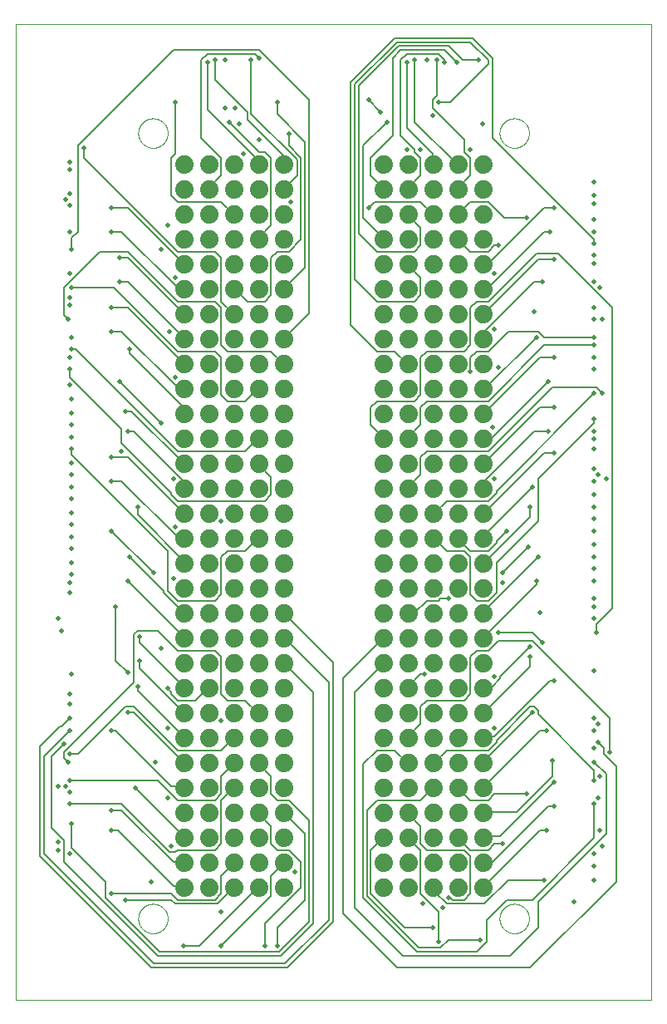
<source format=gtl>
G75*
%MOIN*%
%OFA0B0*%
%FSLAX25Y25*%
%IPPOS*%
%LPD*%
%AMOC8*
5,1,8,0,0,1.08239X$1,22.5*
%
%ADD10C,0.00000*%
%ADD11C,0.07400*%
%ADD12C,0.00800*%
%ADD13C,0.02000*%
D10*
X0001000Y0001000D02*
X0001000Y0392201D01*
X0255921Y0392201D01*
X0255921Y0001000D01*
X0001000Y0001000D01*
X0050094Y0033500D02*
X0050096Y0033653D01*
X0050102Y0033807D01*
X0050112Y0033960D01*
X0050126Y0034112D01*
X0050144Y0034265D01*
X0050166Y0034416D01*
X0050191Y0034567D01*
X0050221Y0034718D01*
X0050255Y0034868D01*
X0050292Y0035016D01*
X0050333Y0035164D01*
X0050378Y0035310D01*
X0050427Y0035456D01*
X0050480Y0035600D01*
X0050536Y0035742D01*
X0050596Y0035883D01*
X0050660Y0036023D01*
X0050727Y0036161D01*
X0050798Y0036297D01*
X0050873Y0036431D01*
X0050950Y0036563D01*
X0051032Y0036693D01*
X0051116Y0036821D01*
X0051204Y0036947D01*
X0051295Y0037070D01*
X0051389Y0037191D01*
X0051487Y0037309D01*
X0051587Y0037425D01*
X0051691Y0037538D01*
X0051797Y0037649D01*
X0051906Y0037757D01*
X0052018Y0037862D01*
X0052132Y0037963D01*
X0052250Y0038062D01*
X0052369Y0038158D01*
X0052491Y0038251D01*
X0052616Y0038340D01*
X0052743Y0038427D01*
X0052872Y0038509D01*
X0053003Y0038589D01*
X0053136Y0038665D01*
X0053271Y0038738D01*
X0053408Y0038807D01*
X0053547Y0038872D01*
X0053687Y0038934D01*
X0053829Y0038992D01*
X0053972Y0039047D01*
X0054117Y0039098D01*
X0054263Y0039145D01*
X0054410Y0039188D01*
X0054558Y0039227D01*
X0054707Y0039263D01*
X0054857Y0039294D01*
X0055008Y0039322D01*
X0055159Y0039346D01*
X0055312Y0039366D01*
X0055464Y0039382D01*
X0055617Y0039394D01*
X0055770Y0039402D01*
X0055923Y0039406D01*
X0056077Y0039406D01*
X0056230Y0039402D01*
X0056383Y0039394D01*
X0056536Y0039382D01*
X0056688Y0039366D01*
X0056841Y0039346D01*
X0056992Y0039322D01*
X0057143Y0039294D01*
X0057293Y0039263D01*
X0057442Y0039227D01*
X0057590Y0039188D01*
X0057737Y0039145D01*
X0057883Y0039098D01*
X0058028Y0039047D01*
X0058171Y0038992D01*
X0058313Y0038934D01*
X0058453Y0038872D01*
X0058592Y0038807D01*
X0058729Y0038738D01*
X0058864Y0038665D01*
X0058997Y0038589D01*
X0059128Y0038509D01*
X0059257Y0038427D01*
X0059384Y0038340D01*
X0059509Y0038251D01*
X0059631Y0038158D01*
X0059750Y0038062D01*
X0059868Y0037963D01*
X0059982Y0037862D01*
X0060094Y0037757D01*
X0060203Y0037649D01*
X0060309Y0037538D01*
X0060413Y0037425D01*
X0060513Y0037309D01*
X0060611Y0037191D01*
X0060705Y0037070D01*
X0060796Y0036947D01*
X0060884Y0036821D01*
X0060968Y0036693D01*
X0061050Y0036563D01*
X0061127Y0036431D01*
X0061202Y0036297D01*
X0061273Y0036161D01*
X0061340Y0036023D01*
X0061404Y0035883D01*
X0061464Y0035742D01*
X0061520Y0035600D01*
X0061573Y0035456D01*
X0061622Y0035310D01*
X0061667Y0035164D01*
X0061708Y0035016D01*
X0061745Y0034868D01*
X0061779Y0034718D01*
X0061809Y0034567D01*
X0061834Y0034416D01*
X0061856Y0034265D01*
X0061874Y0034112D01*
X0061888Y0033960D01*
X0061898Y0033807D01*
X0061904Y0033653D01*
X0061906Y0033500D01*
X0061904Y0033347D01*
X0061898Y0033193D01*
X0061888Y0033040D01*
X0061874Y0032888D01*
X0061856Y0032735D01*
X0061834Y0032584D01*
X0061809Y0032433D01*
X0061779Y0032282D01*
X0061745Y0032132D01*
X0061708Y0031984D01*
X0061667Y0031836D01*
X0061622Y0031690D01*
X0061573Y0031544D01*
X0061520Y0031400D01*
X0061464Y0031258D01*
X0061404Y0031117D01*
X0061340Y0030977D01*
X0061273Y0030839D01*
X0061202Y0030703D01*
X0061127Y0030569D01*
X0061050Y0030437D01*
X0060968Y0030307D01*
X0060884Y0030179D01*
X0060796Y0030053D01*
X0060705Y0029930D01*
X0060611Y0029809D01*
X0060513Y0029691D01*
X0060413Y0029575D01*
X0060309Y0029462D01*
X0060203Y0029351D01*
X0060094Y0029243D01*
X0059982Y0029138D01*
X0059868Y0029037D01*
X0059750Y0028938D01*
X0059631Y0028842D01*
X0059509Y0028749D01*
X0059384Y0028660D01*
X0059257Y0028573D01*
X0059128Y0028491D01*
X0058997Y0028411D01*
X0058864Y0028335D01*
X0058729Y0028262D01*
X0058592Y0028193D01*
X0058453Y0028128D01*
X0058313Y0028066D01*
X0058171Y0028008D01*
X0058028Y0027953D01*
X0057883Y0027902D01*
X0057737Y0027855D01*
X0057590Y0027812D01*
X0057442Y0027773D01*
X0057293Y0027737D01*
X0057143Y0027706D01*
X0056992Y0027678D01*
X0056841Y0027654D01*
X0056688Y0027634D01*
X0056536Y0027618D01*
X0056383Y0027606D01*
X0056230Y0027598D01*
X0056077Y0027594D01*
X0055923Y0027594D01*
X0055770Y0027598D01*
X0055617Y0027606D01*
X0055464Y0027618D01*
X0055312Y0027634D01*
X0055159Y0027654D01*
X0055008Y0027678D01*
X0054857Y0027706D01*
X0054707Y0027737D01*
X0054558Y0027773D01*
X0054410Y0027812D01*
X0054263Y0027855D01*
X0054117Y0027902D01*
X0053972Y0027953D01*
X0053829Y0028008D01*
X0053687Y0028066D01*
X0053547Y0028128D01*
X0053408Y0028193D01*
X0053271Y0028262D01*
X0053136Y0028335D01*
X0053003Y0028411D01*
X0052872Y0028491D01*
X0052743Y0028573D01*
X0052616Y0028660D01*
X0052491Y0028749D01*
X0052369Y0028842D01*
X0052250Y0028938D01*
X0052132Y0029037D01*
X0052018Y0029138D01*
X0051906Y0029243D01*
X0051797Y0029351D01*
X0051691Y0029462D01*
X0051587Y0029575D01*
X0051487Y0029691D01*
X0051389Y0029809D01*
X0051295Y0029930D01*
X0051204Y0030053D01*
X0051116Y0030179D01*
X0051032Y0030307D01*
X0050950Y0030437D01*
X0050873Y0030569D01*
X0050798Y0030703D01*
X0050727Y0030839D01*
X0050660Y0030977D01*
X0050596Y0031117D01*
X0050536Y0031258D01*
X0050480Y0031400D01*
X0050427Y0031544D01*
X0050378Y0031690D01*
X0050333Y0031836D01*
X0050292Y0031984D01*
X0050255Y0032132D01*
X0050221Y0032282D01*
X0050191Y0032433D01*
X0050166Y0032584D01*
X0050144Y0032735D01*
X0050126Y0032888D01*
X0050112Y0033040D01*
X0050102Y0033193D01*
X0050096Y0033347D01*
X0050094Y0033500D01*
X0195094Y0033500D02*
X0195096Y0033653D01*
X0195102Y0033807D01*
X0195112Y0033960D01*
X0195126Y0034112D01*
X0195144Y0034265D01*
X0195166Y0034416D01*
X0195191Y0034567D01*
X0195221Y0034718D01*
X0195255Y0034868D01*
X0195292Y0035016D01*
X0195333Y0035164D01*
X0195378Y0035310D01*
X0195427Y0035456D01*
X0195480Y0035600D01*
X0195536Y0035742D01*
X0195596Y0035883D01*
X0195660Y0036023D01*
X0195727Y0036161D01*
X0195798Y0036297D01*
X0195873Y0036431D01*
X0195950Y0036563D01*
X0196032Y0036693D01*
X0196116Y0036821D01*
X0196204Y0036947D01*
X0196295Y0037070D01*
X0196389Y0037191D01*
X0196487Y0037309D01*
X0196587Y0037425D01*
X0196691Y0037538D01*
X0196797Y0037649D01*
X0196906Y0037757D01*
X0197018Y0037862D01*
X0197132Y0037963D01*
X0197250Y0038062D01*
X0197369Y0038158D01*
X0197491Y0038251D01*
X0197616Y0038340D01*
X0197743Y0038427D01*
X0197872Y0038509D01*
X0198003Y0038589D01*
X0198136Y0038665D01*
X0198271Y0038738D01*
X0198408Y0038807D01*
X0198547Y0038872D01*
X0198687Y0038934D01*
X0198829Y0038992D01*
X0198972Y0039047D01*
X0199117Y0039098D01*
X0199263Y0039145D01*
X0199410Y0039188D01*
X0199558Y0039227D01*
X0199707Y0039263D01*
X0199857Y0039294D01*
X0200008Y0039322D01*
X0200159Y0039346D01*
X0200312Y0039366D01*
X0200464Y0039382D01*
X0200617Y0039394D01*
X0200770Y0039402D01*
X0200923Y0039406D01*
X0201077Y0039406D01*
X0201230Y0039402D01*
X0201383Y0039394D01*
X0201536Y0039382D01*
X0201688Y0039366D01*
X0201841Y0039346D01*
X0201992Y0039322D01*
X0202143Y0039294D01*
X0202293Y0039263D01*
X0202442Y0039227D01*
X0202590Y0039188D01*
X0202737Y0039145D01*
X0202883Y0039098D01*
X0203028Y0039047D01*
X0203171Y0038992D01*
X0203313Y0038934D01*
X0203453Y0038872D01*
X0203592Y0038807D01*
X0203729Y0038738D01*
X0203864Y0038665D01*
X0203997Y0038589D01*
X0204128Y0038509D01*
X0204257Y0038427D01*
X0204384Y0038340D01*
X0204509Y0038251D01*
X0204631Y0038158D01*
X0204750Y0038062D01*
X0204868Y0037963D01*
X0204982Y0037862D01*
X0205094Y0037757D01*
X0205203Y0037649D01*
X0205309Y0037538D01*
X0205413Y0037425D01*
X0205513Y0037309D01*
X0205611Y0037191D01*
X0205705Y0037070D01*
X0205796Y0036947D01*
X0205884Y0036821D01*
X0205968Y0036693D01*
X0206050Y0036563D01*
X0206127Y0036431D01*
X0206202Y0036297D01*
X0206273Y0036161D01*
X0206340Y0036023D01*
X0206404Y0035883D01*
X0206464Y0035742D01*
X0206520Y0035600D01*
X0206573Y0035456D01*
X0206622Y0035310D01*
X0206667Y0035164D01*
X0206708Y0035016D01*
X0206745Y0034868D01*
X0206779Y0034718D01*
X0206809Y0034567D01*
X0206834Y0034416D01*
X0206856Y0034265D01*
X0206874Y0034112D01*
X0206888Y0033960D01*
X0206898Y0033807D01*
X0206904Y0033653D01*
X0206906Y0033500D01*
X0206904Y0033347D01*
X0206898Y0033193D01*
X0206888Y0033040D01*
X0206874Y0032888D01*
X0206856Y0032735D01*
X0206834Y0032584D01*
X0206809Y0032433D01*
X0206779Y0032282D01*
X0206745Y0032132D01*
X0206708Y0031984D01*
X0206667Y0031836D01*
X0206622Y0031690D01*
X0206573Y0031544D01*
X0206520Y0031400D01*
X0206464Y0031258D01*
X0206404Y0031117D01*
X0206340Y0030977D01*
X0206273Y0030839D01*
X0206202Y0030703D01*
X0206127Y0030569D01*
X0206050Y0030437D01*
X0205968Y0030307D01*
X0205884Y0030179D01*
X0205796Y0030053D01*
X0205705Y0029930D01*
X0205611Y0029809D01*
X0205513Y0029691D01*
X0205413Y0029575D01*
X0205309Y0029462D01*
X0205203Y0029351D01*
X0205094Y0029243D01*
X0204982Y0029138D01*
X0204868Y0029037D01*
X0204750Y0028938D01*
X0204631Y0028842D01*
X0204509Y0028749D01*
X0204384Y0028660D01*
X0204257Y0028573D01*
X0204128Y0028491D01*
X0203997Y0028411D01*
X0203864Y0028335D01*
X0203729Y0028262D01*
X0203592Y0028193D01*
X0203453Y0028128D01*
X0203313Y0028066D01*
X0203171Y0028008D01*
X0203028Y0027953D01*
X0202883Y0027902D01*
X0202737Y0027855D01*
X0202590Y0027812D01*
X0202442Y0027773D01*
X0202293Y0027737D01*
X0202143Y0027706D01*
X0201992Y0027678D01*
X0201841Y0027654D01*
X0201688Y0027634D01*
X0201536Y0027618D01*
X0201383Y0027606D01*
X0201230Y0027598D01*
X0201077Y0027594D01*
X0200923Y0027594D01*
X0200770Y0027598D01*
X0200617Y0027606D01*
X0200464Y0027618D01*
X0200312Y0027634D01*
X0200159Y0027654D01*
X0200008Y0027678D01*
X0199857Y0027706D01*
X0199707Y0027737D01*
X0199558Y0027773D01*
X0199410Y0027812D01*
X0199263Y0027855D01*
X0199117Y0027902D01*
X0198972Y0027953D01*
X0198829Y0028008D01*
X0198687Y0028066D01*
X0198547Y0028128D01*
X0198408Y0028193D01*
X0198271Y0028262D01*
X0198136Y0028335D01*
X0198003Y0028411D01*
X0197872Y0028491D01*
X0197743Y0028573D01*
X0197616Y0028660D01*
X0197491Y0028749D01*
X0197369Y0028842D01*
X0197250Y0028938D01*
X0197132Y0029037D01*
X0197018Y0029138D01*
X0196906Y0029243D01*
X0196797Y0029351D01*
X0196691Y0029462D01*
X0196587Y0029575D01*
X0196487Y0029691D01*
X0196389Y0029809D01*
X0196295Y0029930D01*
X0196204Y0030053D01*
X0196116Y0030179D01*
X0196032Y0030307D01*
X0195950Y0030437D01*
X0195873Y0030569D01*
X0195798Y0030703D01*
X0195727Y0030839D01*
X0195660Y0030977D01*
X0195596Y0031117D01*
X0195536Y0031258D01*
X0195480Y0031400D01*
X0195427Y0031544D01*
X0195378Y0031690D01*
X0195333Y0031836D01*
X0195292Y0031984D01*
X0195255Y0032132D01*
X0195221Y0032282D01*
X0195191Y0032433D01*
X0195166Y0032584D01*
X0195144Y0032735D01*
X0195126Y0032888D01*
X0195112Y0033040D01*
X0195102Y0033193D01*
X0195096Y0033347D01*
X0195094Y0033500D01*
X0195094Y0348500D02*
X0195096Y0348653D01*
X0195102Y0348807D01*
X0195112Y0348960D01*
X0195126Y0349112D01*
X0195144Y0349265D01*
X0195166Y0349416D01*
X0195191Y0349567D01*
X0195221Y0349718D01*
X0195255Y0349868D01*
X0195292Y0350016D01*
X0195333Y0350164D01*
X0195378Y0350310D01*
X0195427Y0350456D01*
X0195480Y0350600D01*
X0195536Y0350742D01*
X0195596Y0350883D01*
X0195660Y0351023D01*
X0195727Y0351161D01*
X0195798Y0351297D01*
X0195873Y0351431D01*
X0195950Y0351563D01*
X0196032Y0351693D01*
X0196116Y0351821D01*
X0196204Y0351947D01*
X0196295Y0352070D01*
X0196389Y0352191D01*
X0196487Y0352309D01*
X0196587Y0352425D01*
X0196691Y0352538D01*
X0196797Y0352649D01*
X0196906Y0352757D01*
X0197018Y0352862D01*
X0197132Y0352963D01*
X0197250Y0353062D01*
X0197369Y0353158D01*
X0197491Y0353251D01*
X0197616Y0353340D01*
X0197743Y0353427D01*
X0197872Y0353509D01*
X0198003Y0353589D01*
X0198136Y0353665D01*
X0198271Y0353738D01*
X0198408Y0353807D01*
X0198547Y0353872D01*
X0198687Y0353934D01*
X0198829Y0353992D01*
X0198972Y0354047D01*
X0199117Y0354098D01*
X0199263Y0354145D01*
X0199410Y0354188D01*
X0199558Y0354227D01*
X0199707Y0354263D01*
X0199857Y0354294D01*
X0200008Y0354322D01*
X0200159Y0354346D01*
X0200312Y0354366D01*
X0200464Y0354382D01*
X0200617Y0354394D01*
X0200770Y0354402D01*
X0200923Y0354406D01*
X0201077Y0354406D01*
X0201230Y0354402D01*
X0201383Y0354394D01*
X0201536Y0354382D01*
X0201688Y0354366D01*
X0201841Y0354346D01*
X0201992Y0354322D01*
X0202143Y0354294D01*
X0202293Y0354263D01*
X0202442Y0354227D01*
X0202590Y0354188D01*
X0202737Y0354145D01*
X0202883Y0354098D01*
X0203028Y0354047D01*
X0203171Y0353992D01*
X0203313Y0353934D01*
X0203453Y0353872D01*
X0203592Y0353807D01*
X0203729Y0353738D01*
X0203864Y0353665D01*
X0203997Y0353589D01*
X0204128Y0353509D01*
X0204257Y0353427D01*
X0204384Y0353340D01*
X0204509Y0353251D01*
X0204631Y0353158D01*
X0204750Y0353062D01*
X0204868Y0352963D01*
X0204982Y0352862D01*
X0205094Y0352757D01*
X0205203Y0352649D01*
X0205309Y0352538D01*
X0205413Y0352425D01*
X0205513Y0352309D01*
X0205611Y0352191D01*
X0205705Y0352070D01*
X0205796Y0351947D01*
X0205884Y0351821D01*
X0205968Y0351693D01*
X0206050Y0351563D01*
X0206127Y0351431D01*
X0206202Y0351297D01*
X0206273Y0351161D01*
X0206340Y0351023D01*
X0206404Y0350883D01*
X0206464Y0350742D01*
X0206520Y0350600D01*
X0206573Y0350456D01*
X0206622Y0350310D01*
X0206667Y0350164D01*
X0206708Y0350016D01*
X0206745Y0349868D01*
X0206779Y0349718D01*
X0206809Y0349567D01*
X0206834Y0349416D01*
X0206856Y0349265D01*
X0206874Y0349112D01*
X0206888Y0348960D01*
X0206898Y0348807D01*
X0206904Y0348653D01*
X0206906Y0348500D01*
X0206904Y0348347D01*
X0206898Y0348193D01*
X0206888Y0348040D01*
X0206874Y0347888D01*
X0206856Y0347735D01*
X0206834Y0347584D01*
X0206809Y0347433D01*
X0206779Y0347282D01*
X0206745Y0347132D01*
X0206708Y0346984D01*
X0206667Y0346836D01*
X0206622Y0346690D01*
X0206573Y0346544D01*
X0206520Y0346400D01*
X0206464Y0346258D01*
X0206404Y0346117D01*
X0206340Y0345977D01*
X0206273Y0345839D01*
X0206202Y0345703D01*
X0206127Y0345569D01*
X0206050Y0345437D01*
X0205968Y0345307D01*
X0205884Y0345179D01*
X0205796Y0345053D01*
X0205705Y0344930D01*
X0205611Y0344809D01*
X0205513Y0344691D01*
X0205413Y0344575D01*
X0205309Y0344462D01*
X0205203Y0344351D01*
X0205094Y0344243D01*
X0204982Y0344138D01*
X0204868Y0344037D01*
X0204750Y0343938D01*
X0204631Y0343842D01*
X0204509Y0343749D01*
X0204384Y0343660D01*
X0204257Y0343573D01*
X0204128Y0343491D01*
X0203997Y0343411D01*
X0203864Y0343335D01*
X0203729Y0343262D01*
X0203592Y0343193D01*
X0203453Y0343128D01*
X0203313Y0343066D01*
X0203171Y0343008D01*
X0203028Y0342953D01*
X0202883Y0342902D01*
X0202737Y0342855D01*
X0202590Y0342812D01*
X0202442Y0342773D01*
X0202293Y0342737D01*
X0202143Y0342706D01*
X0201992Y0342678D01*
X0201841Y0342654D01*
X0201688Y0342634D01*
X0201536Y0342618D01*
X0201383Y0342606D01*
X0201230Y0342598D01*
X0201077Y0342594D01*
X0200923Y0342594D01*
X0200770Y0342598D01*
X0200617Y0342606D01*
X0200464Y0342618D01*
X0200312Y0342634D01*
X0200159Y0342654D01*
X0200008Y0342678D01*
X0199857Y0342706D01*
X0199707Y0342737D01*
X0199558Y0342773D01*
X0199410Y0342812D01*
X0199263Y0342855D01*
X0199117Y0342902D01*
X0198972Y0342953D01*
X0198829Y0343008D01*
X0198687Y0343066D01*
X0198547Y0343128D01*
X0198408Y0343193D01*
X0198271Y0343262D01*
X0198136Y0343335D01*
X0198003Y0343411D01*
X0197872Y0343491D01*
X0197743Y0343573D01*
X0197616Y0343660D01*
X0197491Y0343749D01*
X0197369Y0343842D01*
X0197250Y0343938D01*
X0197132Y0344037D01*
X0197018Y0344138D01*
X0196906Y0344243D01*
X0196797Y0344351D01*
X0196691Y0344462D01*
X0196587Y0344575D01*
X0196487Y0344691D01*
X0196389Y0344809D01*
X0196295Y0344930D01*
X0196204Y0345053D01*
X0196116Y0345179D01*
X0196032Y0345307D01*
X0195950Y0345437D01*
X0195873Y0345569D01*
X0195798Y0345703D01*
X0195727Y0345839D01*
X0195660Y0345977D01*
X0195596Y0346117D01*
X0195536Y0346258D01*
X0195480Y0346400D01*
X0195427Y0346544D01*
X0195378Y0346690D01*
X0195333Y0346836D01*
X0195292Y0346984D01*
X0195255Y0347132D01*
X0195221Y0347282D01*
X0195191Y0347433D01*
X0195166Y0347584D01*
X0195144Y0347735D01*
X0195126Y0347888D01*
X0195112Y0348040D01*
X0195102Y0348193D01*
X0195096Y0348347D01*
X0195094Y0348500D01*
X0050094Y0348500D02*
X0050096Y0348653D01*
X0050102Y0348807D01*
X0050112Y0348960D01*
X0050126Y0349112D01*
X0050144Y0349265D01*
X0050166Y0349416D01*
X0050191Y0349567D01*
X0050221Y0349718D01*
X0050255Y0349868D01*
X0050292Y0350016D01*
X0050333Y0350164D01*
X0050378Y0350310D01*
X0050427Y0350456D01*
X0050480Y0350600D01*
X0050536Y0350742D01*
X0050596Y0350883D01*
X0050660Y0351023D01*
X0050727Y0351161D01*
X0050798Y0351297D01*
X0050873Y0351431D01*
X0050950Y0351563D01*
X0051032Y0351693D01*
X0051116Y0351821D01*
X0051204Y0351947D01*
X0051295Y0352070D01*
X0051389Y0352191D01*
X0051487Y0352309D01*
X0051587Y0352425D01*
X0051691Y0352538D01*
X0051797Y0352649D01*
X0051906Y0352757D01*
X0052018Y0352862D01*
X0052132Y0352963D01*
X0052250Y0353062D01*
X0052369Y0353158D01*
X0052491Y0353251D01*
X0052616Y0353340D01*
X0052743Y0353427D01*
X0052872Y0353509D01*
X0053003Y0353589D01*
X0053136Y0353665D01*
X0053271Y0353738D01*
X0053408Y0353807D01*
X0053547Y0353872D01*
X0053687Y0353934D01*
X0053829Y0353992D01*
X0053972Y0354047D01*
X0054117Y0354098D01*
X0054263Y0354145D01*
X0054410Y0354188D01*
X0054558Y0354227D01*
X0054707Y0354263D01*
X0054857Y0354294D01*
X0055008Y0354322D01*
X0055159Y0354346D01*
X0055312Y0354366D01*
X0055464Y0354382D01*
X0055617Y0354394D01*
X0055770Y0354402D01*
X0055923Y0354406D01*
X0056077Y0354406D01*
X0056230Y0354402D01*
X0056383Y0354394D01*
X0056536Y0354382D01*
X0056688Y0354366D01*
X0056841Y0354346D01*
X0056992Y0354322D01*
X0057143Y0354294D01*
X0057293Y0354263D01*
X0057442Y0354227D01*
X0057590Y0354188D01*
X0057737Y0354145D01*
X0057883Y0354098D01*
X0058028Y0354047D01*
X0058171Y0353992D01*
X0058313Y0353934D01*
X0058453Y0353872D01*
X0058592Y0353807D01*
X0058729Y0353738D01*
X0058864Y0353665D01*
X0058997Y0353589D01*
X0059128Y0353509D01*
X0059257Y0353427D01*
X0059384Y0353340D01*
X0059509Y0353251D01*
X0059631Y0353158D01*
X0059750Y0353062D01*
X0059868Y0352963D01*
X0059982Y0352862D01*
X0060094Y0352757D01*
X0060203Y0352649D01*
X0060309Y0352538D01*
X0060413Y0352425D01*
X0060513Y0352309D01*
X0060611Y0352191D01*
X0060705Y0352070D01*
X0060796Y0351947D01*
X0060884Y0351821D01*
X0060968Y0351693D01*
X0061050Y0351563D01*
X0061127Y0351431D01*
X0061202Y0351297D01*
X0061273Y0351161D01*
X0061340Y0351023D01*
X0061404Y0350883D01*
X0061464Y0350742D01*
X0061520Y0350600D01*
X0061573Y0350456D01*
X0061622Y0350310D01*
X0061667Y0350164D01*
X0061708Y0350016D01*
X0061745Y0349868D01*
X0061779Y0349718D01*
X0061809Y0349567D01*
X0061834Y0349416D01*
X0061856Y0349265D01*
X0061874Y0349112D01*
X0061888Y0348960D01*
X0061898Y0348807D01*
X0061904Y0348653D01*
X0061906Y0348500D01*
X0061904Y0348347D01*
X0061898Y0348193D01*
X0061888Y0348040D01*
X0061874Y0347888D01*
X0061856Y0347735D01*
X0061834Y0347584D01*
X0061809Y0347433D01*
X0061779Y0347282D01*
X0061745Y0347132D01*
X0061708Y0346984D01*
X0061667Y0346836D01*
X0061622Y0346690D01*
X0061573Y0346544D01*
X0061520Y0346400D01*
X0061464Y0346258D01*
X0061404Y0346117D01*
X0061340Y0345977D01*
X0061273Y0345839D01*
X0061202Y0345703D01*
X0061127Y0345569D01*
X0061050Y0345437D01*
X0060968Y0345307D01*
X0060884Y0345179D01*
X0060796Y0345053D01*
X0060705Y0344930D01*
X0060611Y0344809D01*
X0060513Y0344691D01*
X0060413Y0344575D01*
X0060309Y0344462D01*
X0060203Y0344351D01*
X0060094Y0344243D01*
X0059982Y0344138D01*
X0059868Y0344037D01*
X0059750Y0343938D01*
X0059631Y0343842D01*
X0059509Y0343749D01*
X0059384Y0343660D01*
X0059257Y0343573D01*
X0059128Y0343491D01*
X0058997Y0343411D01*
X0058864Y0343335D01*
X0058729Y0343262D01*
X0058592Y0343193D01*
X0058453Y0343128D01*
X0058313Y0343066D01*
X0058171Y0343008D01*
X0058028Y0342953D01*
X0057883Y0342902D01*
X0057737Y0342855D01*
X0057590Y0342812D01*
X0057442Y0342773D01*
X0057293Y0342737D01*
X0057143Y0342706D01*
X0056992Y0342678D01*
X0056841Y0342654D01*
X0056688Y0342634D01*
X0056536Y0342618D01*
X0056383Y0342606D01*
X0056230Y0342598D01*
X0056077Y0342594D01*
X0055923Y0342594D01*
X0055770Y0342598D01*
X0055617Y0342606D01*
X0055464Y0342618D01*
X0055312Y0342634D01*
X0055159Y0342654D01*
X0055008Y0342678D01*
X0054857Y0342706D01*
X0054707Y0342737D01*
X0054558Y0342773D01*
X0054410Y0342812D01*
X0054263Y0342855D01*
X0054117Y0342902D01*
X0053972Y0342953D01*
X0053829Y0343008D01*
X0053687Y0343066D01*
X0053547Y0343128D01*
X0053408Y0343193D01*
X0053271Y0343262D01*
X0053136Y0343335D01*
X0053003Y0343411D01*
X0052872Y0343491D01*
X0052743Y0343573D01*
X0052616Y0343660D01*
X0052491Y0343749D01*
X0052369Y0343842D01*
X0052250Y0343938D01*
X0052132Y0344037D01*
X0052018Y0344138D01*
X0051906Y0344243D01*
X0051797Y0344351D01*
X0051691Y0344462D01*
X0051587Y0344575D01*
X0051487Y0344691D01*
X0051389Y0344809D01*
X0051295Y0344930D01*
X0051204Y0345053D01*
X0051116Y0345179D01*
X0051032Y0345307D01*
X0050950Y0345437D01*
X0050873Y0345569D01*
X0050798Y0345703D01*
X0050727Y0345839D01*
X0050660Y0345977D01*
X0050596Y0346117D01*
X0050536Y0346258D01*
X0050480Y0346400D01*
X0050427Y0346544D01*
X0050378Y0346690D01*
X0050333Y0346836D01*
X0050292Y0346984D01*
X0050255Y0347132D01*
X0050221Y0347282D01*
X0050191Y0347433D01*
X0050166Y0347584D01*
X0050144Y0347735D01*
X0050126Y0347888D01*
X0050112Y0348040D01*
X0050102Y0348193D01*
X0050096Y0348347D01*
X0050094Y0348500D01*
D11*
X0068500Y0336000D03*
X0068500Y0326000D03*
X0068500Y0316000D03*
X0068500Y0306000D03*
X0068500Y0296000D03*
X0068500Y0286000D03*
X0068500Y0276000D03*
X0068500Y0266000D03*
X0068500Y0256000D03*
X0068500Y0246000D03*
X0068500Y0236000D03*
X0068500Y0226000D03*
X0068500Y0216000D03*
X0068500Y0206000D03*
X0068500Y0196000D03*
X0068500Y0186000D03*
X0068500Y0176000D03*
X0068500Y0166000D03*
X0068500Y0156000D03*
X0068500Y0146000D03*
X0068500Y0136000D03*
X0068500Y0126000D03*
X0068500Y0116000D03*
X0068500Y0106000D03*
X0068500Y0096000D03*
X0068500Y0086000D03*
X0068500Y0076000D03*
X0068500Y0066000D03*
X0068500Y0056000D03*
X0068500Y0046000D03*
X0078500Y0046000D03*
X0078500Y0056000D03*
X0078500Y0066000D03*
X0078500Y0076000D03*
X0078500Y0086000D03*
X0078500Y0096000D03*
X0078500Y0106000D03*
X0078500Y0116000D03*
X0078500Y0126000D03*
X0078500Y0136000D03*
X0078500Y0146000D03*
X0078500Y0156000D03*
X0078500Y0166000D03*
X0078500Y0176000D03*
X0078500Y0186000D03*
X0078500Y0196000D03*
X0078500Y0206000D03*
X0078500Y0216000D03*
X0078500Y0226000D03*
X0078500Y0236000D03*
X0078500Y0246000D03*
X0078500Y0256000D03*
X0078500Y0266000D03*
X0078500Y0276000D03*
X0078500Y0286000D03*
X0078500Y0296000D03*
X0078500Y0306000D03*
X0078500Y0316000D03*
X0078500Y0326000D03*
X0078500Y0336000D03*
X0088500Y0336000D03*
X0088500Y0326000D03*
X0088500Y0316000D03*
X0088500Y0306000D03*
X0088500Y0296000D03*
X0088500Y0286000D03*
X0088500Y0276000D03*
X0088500Y0266000D03*
X0088500Y0256000D03*
X0088500Y0246000D03*
X0088500Y0236000D03*
X0088500Y0226000D03*
X0088500Y0216000D03*
X0088500Y0206000D03*
X0088500Y0196000D03*
X0088500Y0186000D03*
X0088500Y0176000D03*
X0088500Y0166000D03*
X0088500Y0156000D03*
X0088500Y0146000D03*
X0088500Y0136000D03*
X0088500Y0126000D03*
X0088500Y0116000D03*
X0088500Y0106000D03*
X0088500Y0096000D03*
X0088500Y0086000D03*
X0088500Y0076000D03*
X0088500Y0066000D03*
X0088500Y0056000D03*
X0088500Y0046000D03*
X0098500Y0046000D03*
X0098500Y0056000D03*
X0098500Y0066000D03*
X0098500Y0076000D03*
X0098500Y0086000D03*
X0098500Y0096000D03*
X0098500Y0106000D03*
X0098500Y0116000D03*
X0098500Y0126000D03*
X0098500Y0136000D03*
X0098500Y0146000D03*
X0098500Y0156000D03*
X0098500Y0166000D03*
X0098500Y0176000D03*
X0098500Y0186000D03*
X0098500Y0196000D03*
X0098500Y0206000D03*
X0098500Y0216000D03*
X0098500Y0226000D03*
X0098500Y0236000D03*
X0098500Y0246000D03*
X0098500Y0256000D03*
X0098500Y0266000D03*
X0098500Y0276000D03*
X0098500Y0286000D03*
X0098500Y0296000D03*
X0098500Y0306000D03*
X0098500Y0316000D03*
X0098500Y0326000D03*
X0098500Y0336000D03*
X0108500Y0336000D03*
X0108500Y0326000D03*
X0108500Y0316000D03*
X0108500Y0306000D03*
X0108500Y0296000D03*
X0108500Y0286000D03*
X0108500Y0276000D03*
X0108500Y0266000D03*
X0108500Y0256000D03*
X0108500Y0246000D03*
X0108500Y0236000D03*
X0108500Y0226000D03*
X0108500Y0216000D03*
X0108500Y0206000D03*
X0108500Y0196000D03*
X0108500Y0186000D03*
X0108500Y0176000D03*
X0108500Y0166000D03*
X0108500Y0156000D03*
X0108500Y0146000D03*
X0108500Y0136000D03*
X0108500Y0126000D03*
X0108500Y0116000D03*
X0108500Y0106000D03*
X0108500Y0096000D03*
X0108500Y0086000D03*
X0108500Y0076000D03*
X0108500Y0066000D03*
X0108500Y0056000D03*
X0108500Y0046000D03*
X0148500Y0046000D03*
X0148500Y0056000D03*
X0148500Y0066000D03*
X0148500Y0076000D03*
X0148500Y0086000D03*
X0148500Y0096000D03*
X0148500Y0106000D03*
X0148500Y0116000D03*
X0148500Y0126000D03*
X0148500Y0136000D03*
X0148500Y0146000D03*
X0148500Y0156000D03*
X0148500Y0166000D03*
X0148500Y0176000D03*
X0148500Y0186000D03*
X0148500Y0196000D03*
X0148500Y0206000D03*
X0148500Y0216000D03*
X0148500Y0226000D03*
X0148500Y0236000D03*
X0148500Y0246000D03*
X0148500Y0256000D03*
X0148500Y0266000D03*
X0148500Y0276000D03*
X0148500Y0286000D03*
X0148500Y0296000D03*
X0148500Y0306000D03*
X0148500Y0316000D03*
X0148500Y0326000D03*
X0148500Y0336000D03*
X0158500Y0336000D03*
X0158500Y0326000D03*
X0158500Y0316000D03*
X0158500Y0306000D03*
X0158500Y0296000D03*
X0158500Y0286000D03*
X0158500Y0276000D03*
X0158500Y0266000D03*
X0158500Y0256000D03*
X0158500Y0246000D03*
X0158500Y0236000D03*
X0158500Y0226000D03*
X0158500Y0216000D03*
X0158500Y0206000D03*
X0158500Y0196000D03*
X0158500Y0186000D03*
X0158500Y0176000D03*
X0158500Y0166000D03*
X0158500Y0156000D03*
X0158500Y0146000D03*
X0158500Y0136000D03*
X0158500Y0126000D03*
X0158500Y0116000D03*
X0158500Y0106000D03*
X0158500Y0096000D03*
X0158500Y0086000D03*
X0158500Y0076000D03*
X0158500Y0066000D03*
X0158500Y0056000D03*
X0158500Y0046000D03*
X0168500Y0046000D03*
X0168500Y0056000D03*
X0168500Y0066000D03*
X0168500Y0076000D03*
X0168500Y0086000D03*
X0168500Y0096000D03*
X0168500Y0106000D03*
X0168500Y0116000D03*
X0168500Y0126000D03*
X0168500Y0136000D03*
X0168500Y0146000D03*
X0168500Y0156000D03*
X0168500Y0166000D03*
X0168500Y0176000D03*
X0168500Y0186000D03*
X0168500Y0196000D03*
X0168500Y0206000D03*
X0168500Y0216000D03*
X0168500Y0226000D03*
X0168500Y0236000D03*
X0168500Y0246000D03*
X0168500Y0256000D03*
X0168500Y0266000D03*
X0168500Y0276000D03*
X0168500Y0286000D03*
X0168500Y0296000D03*
X0168500Y0306000D03*
X0168500Y0316000D03*
X0168500Y0326000D03*
X0168500Y0336000D03*
X0178500Y0336000D03*
X0178500Y0326000D03*
X0178500Y0316000D03*
X0178500Y0306000D03*
X0178500Y0296000D03*
X0178500Y0286000D03*
X0178500Y0276000D03*
X0178500Y0266000D03*
X0178500Y0256000D03*
X0178500Y0246000D03*
X0178500Y0236000D03*
X0178500Y0226000D03*
X0178500Y0216000D03*
X0178500Y0206000D03*
X0178500Y0196000D03*
X0178500Y0186000D03*
X0178500Y0176000D03*
X0178500Y0166000D03*
X0178500Y0156000D03*
X0178500Y0146000D03*
X0178500Y0136000D03*
X0178500Y0126000D03*
X0178500Y0116000D03*
X0178500Y0106000D03*
X0178500Y0096000D03*
X0178500Y0086000D03*
X0178500Y0076000D03*
X0178500Y0066000D03*
X0178500Y0056000D03*
X0178500Y0046000D03*
X0188500Y0046000D03*
X0188500Y0056000D03*
X0188500Y0066000D03*
X0188500Y0076000D03*
X0188500Y0086000D03*
X0188500Y0096000D03*
X0188500Y0106000D03*
X0188500Y0116000D03*
X0188500Y0126000D03*
X0188500Y0136000D03*
X0188500Y0146000D03*
X0188500Y0156000D03*
X0188500Y0166000D03*
X0188500Y0176000D03*
X0188500Y0186000D03*
X0188500Y0196000D03*
X0188500Y0206000D03*
X0188500Y0216000D03*
X0188500Y0226000D03*
X0188500Y0236000D03*
X0188500Y0246000D03*
X0188500Y0256000D03*
X0188500Y0266000D03*
X0188500Y0276000D03*
X0188500Y0286000D03*
X0188500Y0296000D03*
X0188500Y0306000D03*
X0188500Y0316000D03*
X0188500Y0326000D03*
X0188500Y0336000D03*
D12*
X0183400Y0338600D02*
X0183400Y0331400D01*
X0178600Y0326600D01*
X0178500Y0326000D01*
X0183400Y0321000D02*
X0178600Y0316200D01*
X0178500Y0316000D01*
X0183400Y0321000D02*
X0190600Y0321000D01*
X0197000Y0314600D01*
X0205800Y0314600D01*
X0213000Y0318600D02*
X0190600Y0296200D01*
X0189000Y0296200D01*
X0188500Y0296000D01*
X0190600Y0301000D02*
X0183400Y0301000D01*
X0178600Y0305800D01*
X0178500Y0306000D01*
X0168500Y0316000D02*
X0168200Y0316200D01*
X0163400Y0321000D01*
X0145000Y0321000D01*
X0142600Y0318600D01*
X0140200Y0314600D02*
X0148200Y0306600D01*
X0148500Y0306000D01*
X0145800Y0301000D02*
X0161000Y0301000D01*
X0163400Y0303400D01*
X0163400Y0310600D01*
X0158600Y0315400D01*
X0158500Y0316000D01*
X0158500Y0326000D02*
X0158600Y0326600D01*
X0163400Y0331400D01*
X0163400Y0338600D01*
X0161000Y0341000D01*
X0161000Y0341800D01*
X0155400Y0347400D01*
X0155400Y0377800D01*
X0157800Y0380200D01*
X0170600Y0380200D01*
X0173000Y0377800D01*
X0173000Y0377000D01*
X0169800Y0377800D02*
X0169800Y0363400D01*
X0168200Y0361800D01*
X0168200Y0358600D01*
X0181000Y0345800D01*
X0181000Y0341000D01*
X0183400Y0338600D01*
X0178500Y0336000D02*
X0177800Y0336200D01*
X0161000Y0353000D01*
X0161000Y0377800D01*
X0157800Y0377000D02*
X0157800Y0350600D01*
X0168200Y0340200D01*
X0168200Y0336200D01*
X0168500Y0336000D01*
X0152200Y0347400D02*
X0143400Y0338600D01*
X0143400Y0331400D01*
X0148200Y0326600D01*
X0148500Y0326000D01*
X0140200Y0314600D02*
X0140200Y0343400D01*
X0149800Y0353000D01*
X0147400Y0357000D02*
X0142600Y0361800D01*
X0138600Y0367400D02*
X0138600Y0308200D01*
X0145800Y0301000D01*
X0137000Y0289800D02*
X0145800Y0281000D01*
X0161000Y0281000D01*
X0163400Y0283400D01*
X0163400Y0290600D01*
X0158600Y0295400D01*
X0158500Y0296000D01*
X0137000Y0289800D02*
X0137000Y0368200D01*
X0153800Y0385000D01*
X0183400Y0385000D01*
X0190600Y0377800D01*
X0190600Y0376200D01*
X0175400Y0361000D01*
X0170600Y0361000D01*
X0177800Y0377000D02*
X0173000Y0381800D01*
X0155400Y0381800D01*
X0152200Y0378600D01*
X0152200Y0347400D01*
X0138600Y0367400D02*
X0154600Y0383400D01*
X0174600Y0383400D01*
X0180200Y0377800D01*
X0186600Y0377800D01*
X0192200Y0378600D02*
X0184200Y0386600D01*
X0153000Y0386600D01*
X0135400Y0369000D01*
X0135400Y0271400D01*
X0145800Y0261000D01*
X0153000Y0261000D01*
X0157800Y0256200D01*
X0158500Y0256000D01*
X0163400Y0258600D02*
X0163400Y0243400D01*
X0161000Y0241000D01*
X0145800Y0241000D01*
X0143400Y0238600D01*
X0143400Y0231400D01*
X0148200Y0226600D01*
X0148500Y0226000D01*
X0158500Y0226000D02*
X0158600Y0226600D01*
X0163400Y0231400D01*
X0163400Y0238600D01*
X0165800Y0241000D01*
X0190600Y0241000D01*
X0213000Y0263400D01*
X0233000Y0263400D01*
X0233000Y0266600D02*
X0213000Y0266600D01*
X0210600Y0269000D01*
X0198600Y0269000D01*
X0190600Y0261000D01*
X0185800Y0261000D01*
X0183400Y0258600D01*
X0183400Y0253000D01*
X0181000Y0261000D02*
X0165800Y0261000D01*
X0163400Y0258600D01*
X0181000Y0261000D02*
X0183400Y0263400D01*
X0183400Y0278600D01*
X0185800Y0281000D01*
X0190600Y0281000D01*
X0209800Y0300200D01*
X0218600Y0300200D01*
X0240200Y0278600D01*
X0240200Y0157800D01*
X0233800Y0151400D01*
X0233800Y0148200D01*
X0217000Y0129000D02*
X0215400Y0129000D01*
X0193000Y0106600D01*
X0189000Y0106600D01*
X0188500Y0106000D01*
X0190600Y0101000D02*
X0173800Y0101000D01*
X0169000Y0096200D01*
X0168500Y0096000D01*
X0168500Y0086000D02*
X0168200Y0085800D01*
X0163400Y0081000D01*
X0145800Y0081000D01*
X0141800Y0077000D01*
X0141800Y0042600D01*
X0162600Y0021800D01*
X0171400Y0021800D01*
X0174600Y0025000D01*
X0187400Y0025000D01*
X0189800Y0024200D02*
X0185800Y0020200D01*
X0161800Y0020200D01*
X0140200Y0041800D01*
X0140200Y0095400D01*
X0145800Y0101000D01*
X0153000Y0101000D01*
X0157800Y0096200D01*
X0158500Y0096000D01*
X0158500Y0106000D02*
X0158600Y0106600D01*
X0163400Y0111400D01*
X0163400Y0118600D01*
X0165800Y0121000D01*
X0181000Y0121000D01*
X0183400Y0123400D01*
X0183400Y0138600D01*
X0185800Y0141000D01*
X0190600Y0141000D01*
X0194600Y0145000D01*
X0208200Y0145000D01*
X0239400Y0113800D01*
X0239400Y0100200D01*
X0237000Y0099400D02*
X0241800Y0094600D01*
X0241800Y0048200D01*
X0207400Y0013800D01*
X0153800Y0013800D01*
X0132200Y0035400D01*
X0132200Y0129800D01*
X0148200Y0145800D01*
X0148500Y0146000D01*
X0148500Y0136000D02*
X0148200Y0135400D01*
X0137000Y0124200D01*
X0137000Y0037800D01*
X0156200Y0018600D01*
X0199400Y0018600D01*
X0210600Y0029800D01*
X0210600Y0040200D01*
X0237800Y0067400D01*
X0237800Y0091400D01*
X0233000Y0096200D01*
X0233000Y0093000D02*
X0210600Y0115400D01*
X0210600Y0117000D01*
X0209000Y0118600D01*
X0207400Y0118600D01*
X0193800Y0105000D01*
X0193800Y0104200D01*
X0190600Y0101000D01*
X0188200Y0096200D02*
X0188500Y0096000D01*
X0188200Y0096200D02*
X0208200Y0116200D01*
X0211400Y0109000D02*
X0189000Y0086600D01*
X0188500Y0086000D01*
X0193000Y0083400D02*
X0190600Y0081000D01*
X0183400Y0081000D01*
X0178600Y0085800D01*
X0178500Y0086000D01*
X0188500Y0076000D02*
X0189000Y0076200D01*
X0201800Y0076200D01*
X0216200Y0090600D01*
X0216200Y0097000D01*
X0217000Y0088200D02*
X0195400Y0066600D01*
X0189000Y0066600D01*
X0188500Y0066000D01*
X0193000Y0063400D02*
X0190600Y0061000D01*
X0183400Y0061000D01*
X0178600Y0065800D01*
X0178500Y0066000D01*
X0181000Y0061000D02*
X0165800Y0061000D01*
X0163400Y0063400D01*
X0163400Y0070600D01*
X0158600Y0075400D01*
X0158500Y0076000D01*
X0158500Y0066000D02*
X0158600Y0065800D01*
X0163400Y0061000D01*
X0163400Y0043400D01*
X0170600Y0036200D01*
X0170600Y0024200D01*
X0168200Y0029800D02*
X0157000Y0029800D01*
X0143400Y0043400D01*
X0143400Y0061000D01*
X0148200Y0065800D01*
X0148500Y0066000D01*
X0168500Y0046000D02*
X0169000Y0045800D01*
X0169000Y0044200D01*
X0173800Y0039400D01*
X0189000Y0039400D01*
X0198600Y0049000D01*
X0213000Y0049000D01*
X0208200Y0041000D02*
X0197800Y0041000D01*
X0189800Y0033000D01*
X0189800Y0024200D01*
X0181000Y0041000D02*
X0183400Y0043400D01*
X0183400Y0058600D01*
X0181000Y0061000D01*
X0188500Y0056000D02*
X0189000Y0056200D01*
X0192200Y0056200D01*
X0214600Y0078600D01*
X0217000Y0078600D01*
X0213800Y0069000D02*
X0211400Y0069000D01*
X0189000Y0046600D01*
X0188500Y0046000D01*
X0181000Y0041000D02*
X0176200Y0041000D01*
X0175400Y0041800D01*
X0174600Y0041800D01*
X0193000Y0063400D02*
X0196200Y0063400D01*
X0193000Y0083400D02*
X0205800Y0083400D01*
X0211400Y0109000D02*
X0213800Y0109000D01*
X0233000Y0093000D02*
X0233000Y0089000D01*
X0233000Y0079400D02*
X0233000Y0065800D01*
X0208200Y0041000D01*
X0237000Y0099400D02*
X0237000Y0101800D01*
X0234600Y0104200D01*
X0212200Y0144200D02*
X0208200Y0148200D01*
X0194600Y0148200D01*
X0189000Y0146600D02*
X0188500Y0146000D01*
X0189000Y0146600D02*
X0209800Y0167400D01*
X0209800Y0169000D01*
X0210600Y0178600D02*
X0188200Y0156200D01*
X0188500Y0156000D01*
X0190600Y0161000D02*
X0185800Y0161000D01*
X0183400Y0163400D01*
X0183400Y0178600D01*
X0181000Y0181000D01*
X0173800Y0181000D01*
X0169000Y0185800D01*
X0168500Y0186000D01*
X0168500Y0196000D02*
X0169000Y0196200D01*
X0173800Y0201000D01*
X0190600Y0201000D01*
X0193800Y0204200D01*
X0193800Y0205000D01*
X0233000Y0244200D01*
X0233800Y0246600D02*
X0216200Y0246600D01*
X0190600Y0221000D01*
X0165800Y0221000D01*
X0163400Y0218600D01*
X0163400Y0211400D01*
X0158600Y0206600D01*
X0158500Y0206000D01*
X0178500Y0186000D02*
X0178600Y0185800D01*
X0183400Y0181000D01*
X0190600Y0181000D01*
X0193800Y0184200D01*
X0193800Y0185000D01*
X0197800Y0189000D01*
X0188500Y0186000D02*
X0188200Y0186600D01*
X0208200Y0206600D01*
X0210600Y0209800D02*
X0210600Y0193000D01*
X0193800Y0176200D01*
X0193800Y0164200D01*
X0190600Y0161000D01*
X0196200Y0172200D02*
X0206600Y0182600D01*
X0207400Y0194600D02*
X0189000Y0176200D01*
X0188500Y0176000D01*
X0188500Y0196000D02*
X0189000Y0196200D01*
X0213000Y0220200D01*
X0217000Y0220200D01*
X0214600Y0229000D02*
X0209000Y0229000D01*
X0189000Y0209000D01*
X0189000Y0206600D01*
X0188500Y0206000D01*
X0188500Y0216000D02*
X0189000Y0216200D01*
X0211400Y0238600D01*
X0217000Y0238600D01*
X0214600Y0249000D02*
X0192200Y0226600D01*
X0189000Y0226600D01*
X0188500Y0226000D01*
X0188500Y0236000D02*
X0189000Y0236200D01*
X0211400Y0258600D01*
X0217000Y0258600D01*
X0209800Y0266600D02*
X0189000Y0245800D01*
X0188500Y0246000D01*
X0188500Y0266000D02*
X0189000Y0266600D01*
X0189000Y0269000D01*
X0209000Y0289000D01*
X0212200Y0289000D01*
X0210600Y0297800D02*
X0189000Y0276200D01*
X0188500Y0276000D01*
X0188500Y0286000D02*
X0189000Y0286600D01*
X0190600Y0286600D01*
X0213000Y0309000D01*
X0215400Y0309000D01*
X0217000Y0318600D02*
X0213000Y0318600D01*
X0210600Y0297800D02*
X0217000Y0297800D01*
X0233000Y0304200D02*
X0233000Y0305800D01*
X0192200Y0346600D01*
X0192200Y0378600D01*
X0193000Y0303400D02*
X0190600Y0301000D01*
X0193000Y0303400D02*
X0194600Y0303400D01*
X0233800Y0246600D02*
X0236200Y0244200D01*
X0233000Y0233800D02*
X0233000Y0232200D01*
X0210600Y0209800D01*
X0207400Y0198600D02*
X0207400Y0194600D01*
X0174600Y0161800D02*
X0171400Y0161800D01*
X0170600Y0161000D01*
X0165800Y0161000D01*
X0161000Y0156200D01*
X0158600Y0156200D01*
X0158500Y0156000D01*
X0163400Y0131400D02*
X0158600Y0126600D01*
X0158500Y0126000D01*
X0163400Y0131400D02*
X0165000Y0131400D01*
X0188500Y0126000D02*
X0189000Y0126600D01*
X0192200Y0126600D01*
X0195400Y0129800D01*
X0195400Y0130600D01*
X0207400Y0142600D01*
X0207400Y0138600D02*
X0207400Y0134600D01*
X0189000Y0116200D01*
X0188500Y0116000D01*
X0126600Y0128200D02*
X0126600Y0033000D01*
X0109000Y0015400D01*
X0056200Y0015400D01*
X0012200Y0059400D01*
X0012200Y0098600D01*
X0022600Y0109000D01*
X0019400Y0110600D02*
X0018600Y0110600D01*
X0010600Y0102600D01*
X0010600Y0058600D01*
X0055400Y0013800D01*
X0109800Y0013800D01*
X0128200Y0032200D01*
X0128200Y0136200D01*
X0109000Y0155400D01*
X0108500Y0156000D01*
X0108500Y0146000D02*
X0109000Y0145800D01*
X0126600Y0128200D01*
X0120200Y0124200D02*
X0109000Y0135400D01*
X0108500Y0136000D01*
X0120200Y0124200D02*
X0120200Y0031400D01*
X0107400Y0018600D01*
X0057800Y0018600D01*
X0020200Y0056200D01*
X0020200Y0065000D01*
X0015400Y0069800D01*
X0015400Y0098600D01*
X0020200Y0103400D01*
X0020200Y0100200D02*
X0048200Y0128200D01*
X0048200Y0147400D01*
X0049800Y0149000D01*
X0057800Y0149000D01*
X0065800Y0141000D01*
X0081000Y0141000D01*
X0083400Y0138600D01*
X0083400Y0123400D01*
X0085800Y0121000D01*
X0093000Y0121000D01*
X0097800Y0116200D01*
X0098500Y0116000D01*
X0088500Y0106000D02*
X0088200Y0105800D01*
X0083400Y0101000D01*
X0065800Y0101000D01*
X0048200Y0118600D01*
X0045000Y0118600D01*
X0025800Y0099400D01*
X0022600Y0099400D01*
X0020200Y0100200D02*
X0020200Y0097800D01*
X0021800Y0096200D01*
X0022600Y0089000D02*
X0057800Y0089000D01*
X0065800Y0081000D01*
X0081000Y0081000D01*
X0083400Y0083400D01*
X0083400Y0090600D01*
X0088200Y0095400D01*
X0088500Y0096000D01*
X0088500Y0086000D02*
X0088200Y0085800D01*
X0083400Y0081000D01*
X0083400Y0063400D01*
X0081000Y0061000D01*
X0065800Y0061000D01*
X0065000Y0060200D01*
X0062600Y0060200D01*
X0043400Y0079400D01*
X0022600Y0079400D01*
X0023400Y0071400D02*
X0023400Y0061800D01*
X0037000Y0048200D01*
X0037000Y0041800D01*
X0058600Y0020200D01*
X0106600Y0020200D01*
X0118600Y0032200D01*
X0118600Y0073000D01*
X0110600Y0081000D01*
X0105800Y0081000D01*
X0103400Y0083400D01*
X0103400Y0090600D01*
X0098600Y0095400D01*
X0098500Y0096000D01*
X0098500Y0076000D02*
X0098600Y0075400D01*
X0103400Y0070600D01*
X0103400Y0063400D01*
X0105800Y0061000D01*
X0110600Y0061000D01*
X0115400Y0056200D01*
X0115400Y0045800D01*
X0101000Y0031400D01*
X0101000Y0022600D01*
X0105800Y0022600D02*
X0105800Y0029800D01*
X0117000Y0041000D01*
X0117000Y0067400D01*
X0109000Y0075400D01*
X0108500Y0076000D01*
X0108500Y0056000D02*
X0108200Y0055400D01*
X0103400Y0050600D01*
X0103400Y0042600D01*
X0083400Y0022600D01*
X0074600Y0022600D02*
X0097800Y0045800D01*
X0098500Y0046000D01*
X0088500Y0046000D02*
X0088200Y0045800D01*
X0081800Y0039400D01*
X0065000Y0039400D01*
X0063400Y0041000D01*
X0045000Y0041000D01*
X0039400Y0043400D02*
X0063400Y0043400D01*
X0065800Y0041000D01*
X0081000Y0041000D01*
X0083400Y0043400D01*
X0083400Y0050600D01*
X0088200Y0055400D01*
X0088500Y0056000D01*
X0068500Y0056000D02*
X0068200Y0056200D01*
X0064200Y0056200D01*
X0043400Y0077000D01*
X0039400Y0077000D01*
X0039400Y0069000D02*
X0041800Y0069000D01*
X0064200Y0046600D01*
X0068200Y0046600D01*
X0068500Y0046000D01*
X0068500Y0066000D02*
X0068200Y0066600D01*
X0049000Y0085800D01*
X0063400Y0086600D02*
X0068200Y0086600D01*
X0068500Y0086000D01*
X0063400Y0086600D02*
X0041000Y0109000D01*
X0039400Y0109000D01*
X0045800Y0116200D02*
X0048200Y0116200D01*
X0068200Y0096200D01*
X0068500Y0096000D01*
X0068500Y0106000D02*
X0068200Y0106600D01*
X0049800Y0125000D01*
X0049800Y0126600D01*
X0045800Y0132200D02*
X0041000Y0137000D01*
X0041000Y0158600D01*
X0045800Y0169000D02*
X0068200Y0146600D01*
X0068500Y0146000D01*
X0068500Y0156000D02*
X0068200Y0156200D01*
X0060200Y0164200D01*
X0060200Y0165000D01*
X0046600Y0178600D01*
X0056200Y0172200D02*
X0039400Y0189000D01*
X0049800Y0195400D02*
X0069000Y0176200D01*
X0068500Y0176000D01*
X0061800Y0181000D02*
X0061800Y0165000D01*
X0065800Y0161000D01*
X0081000Y0161000D01*
X0083400Y0163400D01*
X0083400Y0178600D01*
X0085800Y0181000D01*
X0093000Y0181000D01*
X0097800Y0185800D01*
X0098500Y0186000D01*
X0101000Y0201000D02*
X0103400Y0203400D01*
X0103400Y0210600D01*
X0098600Y0215400D01*
X0098500Y0216000D01*
X0093000Y0221000D02*
X0097800Y0225800D01*
X0098500Y0226000D01*
X0093000Y0221000D02*
X0065800Y0221000D01*
X0025000Y0261800D01*
X0023400Y0261800D01*
X0022600Y0253800D02*
X0022600Y0250600D01*
X0043400Y0229800D01*
X0043400Y0224200D01*
X0063400Y0204200D01*
X0063400Y0203400D01*
X0065800Y0201000D01*
X0101000Y0201000D01*
X0093000Y0241000D02*
X0085800Y0241000D01*
X0083400Y0243400D01*
X0083400Y0258600D01*
X0081000Y0261000D01*
X0065800Y0261000D01*
X0040200Y0286600D01*
X0023400Y0286600D01*
X0020200Y0286600D02*
X0020200Y0275400D01*
X0021800Y0273800D01*
X0020200Y0286600D02*
X0034600Y0301000D01*
X0045800Y0301000D01*
X0065800Y0281000D01*
X0081000Y0281000D01*
X0083400Y0278600D01*
X0083400Y0263400D01*
X0085800Y0261000D01*
X0103400Y0261000D01*
X0108200Y0256200D01*
X0108500Y0256000D01*
X0108500Y0266000D02*
X0109000Y0266600D01*
X0118600Y0276200D01*
X0118600Y0361800D01*
X0098600Y0381800D01*
X0064200Y0381800D01*
X0025800Y0343400D01*
X0025800Y0309000D01*
X0023400Y0306600D01*
X0023400Y0301800D01*
X0039400Y0309000D02*
X0043400Y0309000D01*
X0065800Y0286600D01*
X0068200Y0286600D01*
X0068500Y0286000D01*
X0068200Y0276200D02*
X0068500Y0276000D01*
X0068200Y0276200D02*
X0045800Y0298600D01*
X0042600Y0298600D01*
X0042600Y0289000D02*
X0045800Y0289000D01*
X0068200Y0266600D01*
X0068500Y0266000D01*
X0068200Y0256200D02*
X0068500Y0256000D01*
X0068200Y0256200D02*
X0045800Y0278600D01*
X0039400Y0278600D01*
X0039400Y0269000D02*
X0043400Y0269000D01*
X0065800Y0246600D01*
X0068200Y0246600D01*
X0068500Y0246000D01*
X0068200Y0238600D02*
X0068200Y0236200D01*
X0068500Y0236000D01*
X0068200Y0238600D02*
X0046600Y0260200D01*
X0046600Y0261800D01*
X0042600Y0249000D02*
X0059400Y0232200D01*
X0048200Y0229000D02*
X0068200Y0209000D01*
X0068200Y0206600D01*
X0068500Y0206000D01*
X0068500Y0216000D02*
X0068200Y0216200D01*
X0047400Y0237000D01*
X0045000Y0237000D01*
X0045800Y0229000D02*
X0048200Y0229000D01*
X0045800Y0218600D02*
X0039400Y0218600D01*
X0045800Y0218600D02*
X0068200Y0196200D01*
X0068500Y0196000D01*
X0068200Y0186600D02*
X0065800Y0186600D01*
X0043400Y0209000D01*
X0039400Y0209000D01*
X0049800Y0198600D02*
X0049800Y0195400D01*
X0061800Y0181000D02*
X0023400Y0219400D01*
X0023400Y0221800D01*
X0068200Y0186600D02*
X0068500Y0186000D01*
X0050600Y0146600D02*
X0050600Y0144200D01*
X0068200Y0126600D01*
X0068500Y0126000D01*
X0063400Y0124200D02*
X0063400Y0123400D01*
X0065800Y0121000D01*
X0073000Y0121000D01*
X0077800Y0125800D01*
X0078500Y0126000D01*
X0068500Y0116000D02*
X0068200Y0116200D01*
X0050600Y0133800D01*
X0050600Y0137000D01*
X0061800Y0125800D02*
X0063400Y0124200D01*
X0022600Y0113800D02*
X0019400Y0110600D01*
X0068200Y0022600D02*
X0074600Y0022600D01*
X0093000Y0241000D02*
X0097800Y0245800D01*
X0098500Y0246000D01*
X0088500Y0276000D02*
X0088200Y0276200D01*
X0083400Y0281000D01*
X0083400Y0298600D01*
X0081000Y0301000D01*
X0065800Y0301000D01*
X0028200Y0338600D01*
X0028200Y0342600D01*
X0039400Y0318600D02*
X0045800Y0318600D01*
X0068200Y0296200D01*
X0068500Y0296000D01*
X0065800Y0321000D02*
X0083400Y0321000D01*
X0088200Y0316200D01*
X0088500Y0316000D01*
X0098600Y0306600D02*
X0098500Y0306000D01*
X0098600Y0306600D02*
X0103400Y0311400D01*
X0103400Y0338600D01*
X0101000Y0341000D01*
X0098600Y0341000D01*
X0086600Y0353000D01*
X0093800Y0353800D02*
X0108200Y0339400D01*
X0108200Y0336200D01*
X0108500Y0336000D01*
X0113800Y0337800D02*
X0113800Y0331400D01*
X0109000Y0326600D01*
X0108500Y0326000D01*
X0113800Y0337800D02*
X0095400Y0356200D01*
X0095400Y0377800D01*
X0097000Y0380200D02*
X0077800Y0380200D01*
X0075400Y0377800D01*
X0075400Y0346600D01*
X0083400Y0338600D01*
X0083400Y0331400D01*
X0078600Y0326600D01*
X0078500Y0326000D01*
X0065800Y0321000D02*
X0063400Y0323400D01*
X0063400Y0338600D01*
X0065000Y0340200D01*
X0065000Y0361000D01*
X0077800Y0357800D02*
X0097800Y0337800D01*
X0097800Y0336200D01*
X0098500Y0336000D01*
X0093800Y0353800D02*
X0093800Y0357000D01*
X0081000Y0369800D01*
X0081000Y0377800D01*
X0077800Y0377000D02*
X0077800Y0357800D01*
X0098600Y0378600D02*
X0097000Y0380200D01*
X0105800Y0361000D02*
X0105800Y0356200D01*
X0117000Y0345000D01*
X0117000Y0294600D01*
X0109000Y0286600D01*
X0108500Y0286000D01*
X0103400Y0283400D02*
X0101000Y0281000D01*
X0093800Y0281000D01*
X0089000Y0285800D01*
X0088500Y0286000D01*
X0103400Y0283400D02*
X0103400Y0298600D01*
X0105800Y0301000D01*
X0110600Y0301000D01*
X0115400Y0305800D01*
X0115400Y0338600D01*
X0110600Y0343400D01*
X0110600Y0348200D01*
D13*
X0110600Y0348200D03*
X0105800Y0361000D03*
X0098600Y0345800D03*
X0092200Y0340200D03*
X0090600Y0352200D03*
X0086600Y0353000D03*
X0085000Y0358600D03*
X0089000Y0358600D03*
X0077800Y0377000D03*
X0081000Y0377800D03*
X0085000Y0377800D03*
X0095400Y0377800D03*
X0098600Y0378600D03*
X0065000Y0361000D03*
X0039400Y0318600D03*
X0039400Y0309000D03*
X0042600Y0298600D03*
X0042600Y0289000D03*
X0039400Y0278600D03*
X0039400Y0269000D03*
X0046600Y0261800D03*
X0042600Y0249000D03*
X0045000Y0237000D03*
X0045800Y0229000D03*
X0043400Y0221000D03*
X0039400Y0218600D03*
X0039400Y0209000D03*
X0049800Y0198600D03*
X0039400Y0189000D03*
X0046600Y0178600D03*
X0045800Y0169000D03*
X0041000Y0158600D03*
X0050600Y0146600D03*
X0050600Y0137000D03*
X0045800Y0132200D03*
X0049800Y0126600D03*
X0045800Y0116200D03*
X0039400Y0109000D03*
X0049000Y0085800D03*
X0057000Y0096200D03*
X0061800Y0109800D03*
X0061800Y0125800D03*
X0059400Y0141800D03*
X0064200Y0169800D03*
X0056200Y0172200D03*
X0065000Y0190600D03*
X0064200Y0209800D03*
X0059400Y0232200D03*
X0065000Y0250600D03*
X0062600Y0269000D03*
X0065000Y0290600D03*
X0059400Y0301800D03*
X0061800Y0311400D03*
X0028200Y0342600D03*
X0022600Y0337000D03*
X0022600Y0333800D03*
X0022600Y0324200D03*
X0021000Y0321800D03*
X0022600Y0319400D03*
X0022600Y0309000D03*
X0023400Y0301800D03*
X0022600Y0292200D03*
X0023400Y0286600D03*
X0022600Y0282600D03*
X0022600Y0279400D03*
X0021800Y0273800D03*
X0023400Y0266600D03*
X0023400Y0261800D03*
X0022600Y0258600D03*
X0022600Y0253800D03*
X0022600Y0247400D03*
X0023400Y0241800D03*
X0023400Y0236200D03*
X0023400Y0231400D03*
X0023400Y0226600D03*
X0023400Y0221800D03*
X0023400Y0216200D03*
X0023400Y0211400D03*
X0023400Y0206600D03*
X0023400Y0201800D03*
X0023400Y0196200D03*
X0023400Y0191400D03*
X0023400Y0186600D03*
X0023400Y0181800D03*
X0023400Y0176200D03*
X0023400Y0171400D03*
X0022600Y0168200D03*
X0022600Y0164200D03*
X0017800Y0153800D03*
X0019400Y0149000D03*
X0023400Y0131400D03*
X0022600Y0123400D03*
X0022600Y0119400D03*
X0022600Y0113800D03*
X0022600Y0109000D03*
X0020200Y0103400D03*
X0022600Y0099400D03*
X0021800Y0096200D03*
X0022600Y0089000D03*
X0021000Y0086600D03*
X0022600Y0084200D03*
X0022600Y0079400D03*
X0023400Y0071400D03*
X0017800Y0064200D03*
X0017800Y0061000D03*
X0022600Y0059400D03*
X0039400Y0069000D03*
X0039400Y0077000D03*
X0055400Y0048200D03*
X0063400Y0062600D03*
X0061800Y0081800D03*
X0083400Y0113000D03*
X0113000Y0052200D03*
X0105800Y0022600D03*
X0101000Y0022600D03*
X0083400Y0022600D03*
X0083400Y0036200D03*
X0068200Y0022600D03*
X0045000Y0041000D03*
X0039400Y0043400D03*
X0017800Y0086600D03*
X0083400Y0193000D03*
X0165000Y0131400D03*
X0174600Y0161800D03*
X0194600Y0148200D03*
X0193000Y0130600D03*
X0207400Y0138600D03*
X0207400Y0142600D03*
X0212200Y0144200D03*
X0211400Y0156200D03*
X0209800Y0169000D03*
X0210600Y0178600D03*
X0206600Y0182600D03*
X0197800Y0189000D03*
X0207400Y0198600D03*
X0208200Y0206600D03*
X0217000Y0220200D03*
X0214600Y0229000D03*
X0217000Y0238600D03*
X0214600Y0249000D03*
X0217000Y0258600D03*
X0209800Y0266600D03*
X0209000Y0277000D03*
X0212200Y0289000D03*
X0217000Y0297800D03*
X0215400Y0309000D03*
X0217000Y0318600D03*
X0205800Y0314600D03*
X0194600Y0303400D03*
X0193000Y0292200D03*
X0193000Y0269800D03*
X0194600Y0254600D03*
X0183400Y0253000D03*
X0192200Y0230600D03*
X0193000Y0209800D03*
X0196200Y0172200D03*
X0196200Y0168200D03*
X0217000Y0129000D03*
X0208200Y0116200D03*
X0213800Y0109000D03*
X0216200Y0097000D03*
X0217000Y0088200D03*
X0217000Y0078600D03*
X0213800Y0069000D03*
X0205800Y0083400D03*
X0196200Y0063400D03*
X0213000Y0049000D03*
X0225000Y0040200D03*
X0233000Y0049000D03*
X0233000Y0054600D03*
X0233000Y0059400D03*
X0236200Y0062600D03*
X0235400Y0069000D03*
X0233000Y0079400D03*
X0234600Y0081800D03*
X0233000Y0089000D03*
X0235400Y0090600D03*
X0233000Y0096200D03*
X0233000Y0101800D03*
X0234600Y0104200D03*
X0233000Y0109000D03*
X0234600Y0111400D03*
X0233000Y0113800D03*
X0239400Y0100200D03*
X0233000Y0133000D03*
X0233800Y0148200D03*
X0233000Y0153800D03*
X0233000Y0158600D03*
X0233000Y0161800D03*
X0233000Y0169000D03*
X0233000Y0173800D03*
X0233000Y0178600D03*
X0233000Y0183400D03*
X0233000Y0189000D03*
X0233000Y0193800D03*
X0233000Y0198600D03*
X0233000Y0203400D03*
X0233000Y0209000D03*
X0234600Y0211400D03*
X0233000Y0213800D03*
X0237800Y0209800D03*
X0233000Y0221800D03*
X0233000Y0225800D03*
X0233000Y0229000D03*
X0233000Y0233800D03*
X0233000Y0244200D03*
X0236200Y0244200D03*
X0233000Y0253800D03*
X0233000Y0258600D03*
X0233000Y0263400D03*
X0233000Y0266600D03*
X0233000Y0273800D03*
X0236200Y0273800D03*
X0233000Y0278600D03*
X0235400Y0286600D03*
X0233000Y0289000D03*
X0233000Y0296200D03*
X0233000Y0299400D03*
X0233000Y0304200D03*
X0233000Y0309000D03*
X0233000Y0313800D03*
X0233000Y0320200D03*
X0233000Y0323400D03*
X0233000Y0329000D03*
X0188200Y0352200D03*
X0183400Y0341800D03*
X0170600Y0361000D03*
X0168200Y0355400D03*
X0163400Y0341800D03*
X0157800Y0341800D03*
X0149800Y0353000D03*
X0147400Y0357000D03*
X0142600Y0361800D03*
X0157800Y0377000D03*
X0161000Y0377800D03*
X0165800Y0377800D03*
X0169800Y0377800D03*
X0173000Y0377000D03*
X0177800Y0377000D03*
X0186600Y0377800D03*
X0142600Y0318600D03*
X0111400Y0321000D03*
X0193000Y0109800D03*
X0174600Y0041800D03*
X0172200Y0037800D03*
X0168200Y0029800D03*
X0170600Y0024200D03*
X0164200Y0039400D03*
X0187400Y0025000D03*
M02*

</source>
